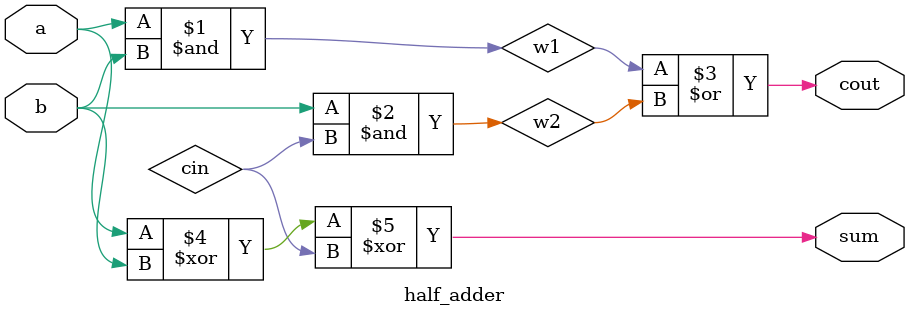
<source format=v>
module half_adder( 
input a, b,
output cout, sum );
and (w1, a, b);
and (w2, b, cin);
or (cout, w1, w2);
xor (sum, a, b, cin);
endmodule

</source>
